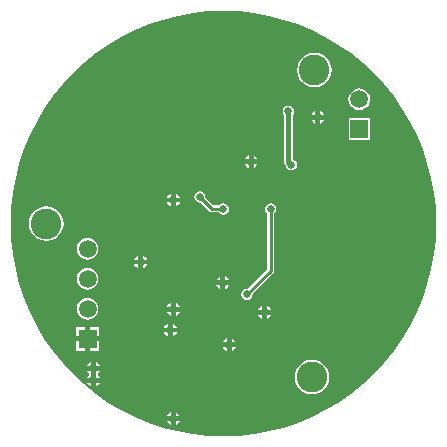
<source format=gbl>
%FSLAX25Y25*%
%MOIN*%
G70*
G01*
G75*
G04 Layer_Physical_Order=2*
G04 Layer_Color=16711680*
%ADD10R,0.05118X0.07874*%
%ADD11R,0.07874X0.07874*%
%ADD12R,0.07874X0.05118*%
%ADD13R,0.07874X0.07874*%
%ADD14R,0.02756X0.03543*%
%ADD15R,0.03583X0.04803*%
%ADD16R,0.03150X0.03543*%
%ADD17R,0.03543X0.02756*%
%ADD18O,0.05118X0.01772*%
%ADD19O,0.01772X0.05118*%
%ADD20R,0.05709X0.08071*%
%ADD21R,0.08071X0.05709*%
%ADD22R,0.03347X0.02756*%
%ADD23R,0.02756X0.05118*%
%ADD24R,0.03543X0.03150*%
%ADD25R,0.04331X0.10236*%
%ADD26R,0.10630X0.03937*%
%ADD27R,0.10630X0.12992*%
%ADD28C,0.01600*%
%ADD29C,0.01000*%
%ADD30R,0.05906X0.05906*%
%ADD31C,0.05906*%
%ADD32C,0.02500*%
%ADD33C,0.10236*%
G36*
X5059Y70731D02*
X10092Y70189D01*
X15073Y69291D01*
X19978Y68039D01*
X24781Y66440D01*
X29458Y64503D01*
X33984Y62237D01*
X38337Y59654D01*
X42496Y56767D01*
X46437Y53591D01*
X50142Y50142D01*
X53591Y46437D01*
X56767Y42496D01*
X59654Y38337D01*
X62237Y33984D01*
X64503Y29458D01*
X66440Y24781D01*
X68039Y19978D01*
X69291Y15073D01*
X70189Y10092D01*
X70731Y5059D01*
X70911Y0D01*
X70731Y-5059D01*
X70189Y-10092D01*
X69291Y-15073D01*
X68039Y-19978D01*
X66440Y-24781D01*
X64503Y-29458D01*
X62237Y-33984D01*
X59654Y-38337D01*
X56767Y-42496D01*
X53591Y-46437D01*
X50142Y-50142D01*
X46437Y-53591D01*
X42496Y-56767D01*
X38337Y-59654D01*
X33984Y-62237D01*
X29458Y-64503D01*
X24781Y-66440D01*
X19978Y-68039D01*
X15073Y-69291D01*
X10092Y-70189D01*
X5059Y-70731D01*
X0Y-70911D01*
X-5059Y-70731D01*
X-10092Y-70189D01*
X-15073Y-69291D01*
X-19978Y-68039D01*
X-24781Y-66440D01*
X-29458Y-64503D01*
X-33984Y-62237D01*
X-38337Y-59654D01*
X-42496Y-56767D01*
X-46437Y-53591D01*
X-50142Y-50142D01*
X-53591Y-46437D01*
X-56767Y-42496D01*
X-59654Y-38337D01*
X-62237Y-33984D01*
X-64503Y-29458D01*
X-66440Y-24781D01*
X-68039Y-19978D01*
X-69291Y-15073D01*
X-70189Y-10092D01*
X-70731Y-5059D01*
X-70911Y0D01*
X-70731Y5059D01*
X-70189Y10092D01*
X-69291Y15073D01*
X-68039Y19978D01*
X-66440Y24781D01*
X-64503Y29458D01*
X-62237Y33984D01*
X-59654Y38337D01*
X-56767Y42496D01*
X-53591Y46437D01*
X-50142Y50142D01*
X-46437Y53591D01*
X-42496Y56767D01*
X-38337Y59654D01*
X-33984Y62237D01*
X-29458Y64503D01*
X-24781Y66440D01*
X-19978Y68039D01*
X-15073Y69291D01*
X-10092Y70189D01*
X-5059Y70731D01*
X0Y70911D01*
X5059Y70731D01*
D02*
G37*
%LPC*%
G36*
X-15582Y-36233D02*
X-16917D01*
Y-37568D01*
X-16839Y-37552D01*
X-16094Y-37055D01*
X-15597Y-36311D01*
X-15582Y-36233D01*
D02*
G37*
G36*
X-18517Y-33298D02*
X-18595Y-33314D01*
X-19339Y-33811D01*
X-19836Y-34555D01*
X-19851Y-34633D01*
X-18517D01*
Y-33298D01*
D02*
G37*
G36*
X-16917D02*
Y-34633D01*
X-15582D01*
X-15597Y-34555D01*
X-16094Y-33811D01*
X-16839Y-33314D01*
X-16917Y-33298D01*
D02*
G37*
G36*
X-18517Y-36233D02*
X-19851D01*
X-19836Y-36311D01*
X-19339Y-37055D01*
X-18595Y-37552D01*
X-18517Y-37568D01*
Y-36233D01*
D02*
G37*
G36*
X2768Y-38219D02*
Y-39554D01*
X4104D01*
X4088Y-39476D01*
X3591Y-38732D01*
X2846Y-38235D01*
X2768Y-38219D01*
D02*
G37*
G36*
X-46076Y-34433D02*
X-49228D01*
Y-37586D01*
X-46076D01*
Y-34433D01*
D02*
G37*
G36*
X-41323D02*
X-44476D01*
Y-37586D01*
X-41323D01*
Y-34433D01*
D02*
G37*
G36*
X-14597Y-29343D02*
X-15932D01*
Y-30678D01*
X-15854Y-30663D01*
X-15110Y-30165D01*
X-14613Y-29421D01*
X-14597Y-29343D01*
D02*
G37*
G36*
X12979Y-27393D02*
X12902Y-27408D01*
X12157Y-27905D01*
X11660Y-28650D01*
X11645Y-28728D01*
X12979D01*
Y-27393D01*
D02*
G37*
G36*
X14580D02*
Y-28728D01*
X15914D01*
X15899Y-28650D01*
X15402Y-27905D01*
X14657Y-27408D01*
X14580Y-27393D01*
D02*
G37*
G36*
X-17532Y-29343D02*
X-18867D01*
X-18852Y-29421D01*
X-18354Y-30165D01*
X-17610Y-30663D01*
X-17532Y-30678D01*
Y-29343D01*
D02*
G37*
G36*
X-45276Y-24802D02*
X-46203Y-24925D01*
X-47067Y-25282D01*
X-47809Y-25852D01*
X-48379Y-26594D01*
X-48737Y-27458D01*
X-48859Y-28386D01*
X-48737Y-29313D01*
X-48379Y-30178D01*
X-47809Y-30920D01*
X-47067Y-31489D01*
X-46203Y-31847D01*
X-45276Y-31969D01*
X-44348Y-31847D01*
X-43484Y-31489D01*
X-42742Y-30920D01*
X-42172Y-30178D01*
X-41814Y-29313D01*
X-41692Y-28386D01*
X-41814Y-27458D01*
X-42172Y-26594D01*
X-42742Y-25852D01*
X-43484Y-25282D01*
X-44348Y-24925D01*
X-45276Y-24802D01*
D02*
G37*
G36*
X12979Y-30328D02*
X11645D01*
X11660Y-30406D01*
X12157Y-31150D01*
X12902Y-31647D01*
X12979Y-31662D01*
Y-30328D01*
D02*
G37*
G36*
X15914D02*
X14580D01*
Y-31662D01*
X14657Y-31647D01*
X15402Y-31150D01*
X15899Y-30406D01*
X15914Y-30328D01*
D02*
G37*
G36*
X1168Y-38219D02*
X1091Y-38235D01*
X346Y-38732D01*
X-151Y-39476D01*
X-166Y-39554D01*
X1168D01*
Y-38219D01*
D02*
G37*
G36*
X29528Y-45376D02*
X28035Y-45572D01*
X26644Y-46148D01*
X25449Y-47065D01*
X24533Y-48259D01*
X23957Y-49650D01*
X23760Y-51143D01*
X23957Y-52636D01*
X24533Y-54027D01*
X25449Y-55221D01*
X26644Y-56138D01*
X28035Y-56714D01*
X29528Y-56911D01*
X31020Y-56714D01*
X32411Y-56138D01*
X33606Y-55221D01*
X34522Y-54027D01*
X35098Y-52636D01*
X35295Y-51143D01*
X35098Y-49650D01*
X34522Y-48259D01*
X33606Y-47065D01*
X32411Y-46148D01*
X31020Y-45572D01*
X29528Y-45376D01*
D02*
G37*
G36*
X-44107Y-52965D02*
X-45442D01*
X-45426Y-53043D01*
X-44929Y-53787D01*
X-44185Y-54285D01*
X-44107Y-54300D01*
Y-52965D01*
D02*
G37*
G36*
X-41172D02*
X-42507D01*
Y-54300D01*
X-42429Y-54285D01*
X-41685Y-53787D01*
X-41188Y-53043D01*
X-41172Y-52965D01*
D02*
G37*
G36*
X-15932Y-62826D02*
Y-64161D01*
X-14597D01*
X-14613Y-64083D01*
X-15110Y-63339D01*
X-15854Y-62841D01*
X-15932Y-62826D01*
D02*
G37*
G36*
X-17532Y-65761D02*
X-18867D01*
X-18852Y-65838D01*
X-18354Y-66583D01*
X-17610Y-67080D01*
X-17532Y-67096D01*
Y-65761D01*
D02*
G37*
G36*
X-14597D02*
X-15932D01*
Y-67096D01*
X-15854Y-67080D01*
X-15110Y-66583D01*
X-14613Y-65838D01*
X-14597Y-65761D01*
D02*
G37*
G36*
X-17532Y-62826D02*
X-17610Y-62841D01*
X-18354Y-63339D01*
X-18852Y-64083D01*
X-18867Y-64161D01*
X-17532D01*
Y-62826D01*
D02*
G37*
G36*
X4104Y-41154D02*
X2768D01*
Y-42489D01*
X2846Y-42474D01*
X3591Y-41976D01*
X4088Y-41232D01*
X4104Y-41154D01*
D02*
G37*
G36*
X-46076Y-39186D02*
X-49228D01*
Y-42339D01*
X-46076D01*
Y-39186D01*
D02*
G37*
G36*
X-41323D02*
X-44476D01*
Y-42339D01*
X-41323D01*
Y-39186D01*
D02*
G37*
G36*
X1168Y-41154D02*
X-166D01*
X-151Y-41232D01*
X346Y-41976D01*
X1091Y-42474D01*
X1168Y-42489D01*
Y-41154D01*
D02*
G37*
G36*
X-41172Y-49028D02*
X-45442D01*
X-45426Y-49106D01*
X-44929Y-49850D01*
X-44785Y-49947D01*
Y-50447D01*
X-44929Y-50543D01*
X-45426Y-51287D01*
X-45442Y-51365D01*
X-41172D01*
X-41188Y-51287D01*
X-41685Y-50543D01*
X-41829Y-50447D01*
Y-49947D01*
X-41685Y-49850D01*
X-41188Y-49106D01*
X-41172Y-49028D01*
D02*
G37*
G36*
X-44107Y-46093D02*
X-44185Y-46109D01*
X-44929Y-46606D01*
X-45426Y-47350D01*
X-45442Y-47428D01*
X-44107D01*
Y-46093D01*
D02*
G37*
G36*
X-42507D02*
Y-47428D01*
X-41172D01*
X-41188Y-47350D01*
X-41685Y-46606D01*
X-42429Y-46109D01*
X-42507Y-46093D01*
D02*
G37*
G36*
X-17532Y-26408D02*
X-17610Y-26424D01*
X-18354Y-26921D01*
X-18852Y-27665D01*
X-18867Y-27743D01*
X-17532D01*
Y-26408D01*
D02*
G37*
G36*
X8452Y19869D02*
X7117D01*
X7132Y19791D01*
X7630Y19047D01*
X8374Y18550D01*
X8452Y18534D01*
Y19869D01*
D02*
G37*
G36*
X11387D02*
X10052D01*
Y18534D01*
X10130Y18550D01*
X10874Y19047D01*
X11371Y19791D01*
X11387Y19869D01*
D02*
G37*
G36*
X8452Y22804D02*
X8374Y22789D01*
X7630Y22291D01*
X7132Y21547D01*
X7117Y21469D01*
X8452D01*
Y22804D01*
D02*
G37*
G36*
X21654Y39288D02*
X20932Y39144D01*
X20320Y38735D01*
X19911Y38123D01*
X19767Y37402D01*
X19911Y36680D01*
X20226Y36208D01*
Y20669D01*
X20226Y20669D01*
X20335Y20123D01*
X20644Y19660D01*
X20785Y19520D01*
X20895Y18963D01*
X21304Y18351D01*
X21916Y17942D01*
X22638Y17799D01*
X23360Y17942D01*
X23972Y18351D01*
X24381Y18963D01*
X24524Y19685D01*
X24381Y20407D01*
X23972Y21019D01*
X23360Y21428D01*
X23081Y21483D01*
Y36208D01*
X23396Y36680D01*
X23540Y37402D01*
X23396Y38123D01*
X22987Y38735D01*
X22375Y39144D01*
X21654Y39288D01*
D02*
G37*
G36*
X-14597Y7074D02*
X-15932D01*
Y5739D01*
X-15854Y5755D01*
X-15110Y6252D01*
X-14613Y6996D01*
X-14597Y7074D01*
D02*
G37*
G36*
X-17532Y10009D02*
X-17610Y9994D01*
X-18354Y9496D01*
X-18852Y8752D01*
X-18867Y8674D01*
X-17532D01*
Y10009D01*
D02*
G37*
G36*
X-15932D02*
Y8674D01*
X-14597D01*
X-14613Y8752D01*
X-15110Y9496D01*
X-15854Y9994D01*
X-15932Y10009D01*
D02*
G37*
G36*
X10052Y22804D02*
Y21469D01*
X11387D01*
X11371Y21547D01*
X10874Y22291D01*
X10130Y22789D01*
X10052Y22804D01*
D02*
G37*
G36*
X32296Y37568D02*
Y36233D01*
X33631D01*
X33615Y36311D01*
X33118Y37055D01*
X32374Y37552D01*
X32296Y37568D01*
D02*
G37*
G36*
X45276Y45079D02*
X44348Y44957D01*
X43484Y44599D01*
X42742Y44030D01*
X42172Y43288D01*
X41814Y42423D01*
X41692Y41496D01*
X41814Y40569D01*
X42172Y39704D01*
X42742Y38962D01*
X43484Y38393D01*
X44348Y38035D01*
X45276Y37913D01*
X46203Y38035D01*
X47067Y38393D01*
X47809Y38962D01*
X48379Y39704D01*
X48737Y40569D01*
X48859Y41496D01*
X48737Y42423D01*
X48379Y43288D01*
X47809Y44030D01*
X47067Y44599D01*
X46203Y44957D01*
X45276Y45079D01*
D02*
G37*
G36*
X30315Y56949D02*
X28822Y56752D01*
X27431Y56176D01*
X26237Y55259D01*
X25320Y54065D01*
X24744Y52674D01*
X24547Y51181D01*
X24744Y49688D01*
X25320Y48297D01*
X26237Y47103D01*
X27431Y46186D01*
X28822Y45610D01*
X30315Y45414D01*
X31808Y45610D01*
X33199Y46186D01*
X34393Y47103D01*
X35310Y48297D01*
X35886Y49688D01*
X36082Y51181D01*
X35886Y52674D01*
X35310Y54065D01*
X34393Y55259D01*
X33199Y56176D01*
X31808Y56752D01*
X30315Y56949D01*
D02*
G37*
G36*
X30696Y37568D02*
X30618Y37552D01*
X29874Y37055D01*
X29377Y36311D01*
X29361Y36233D01*
X30696D01*
Y37568D01*
D02*
G37*
G36*
X48828Y35049D02*
X41723D01*
Y27943D01*
X48828D01*
Y35049D01*
D02*
G37*
G36*
X30696Y34633D02*
X29361D01*
X29377Y34555D01*
X29874Y33811D01*
X30618Y33314D01*
X30696Y33298D01*
Y34633D01*
D02*
G37*
G36*
X33631D02*
X32296D01*
Y33298D01*
X32374Y33314D01*
X33118Y33811D01*
X33615Y34555D01*
X33631Y34633D01*
D02*
G37*
G36*
X15748Y6808D02*
X15026Y6664D01*
X14414Y6255D01*
X14005Y5643D01*
X13862Y4921D01*
X14005Y4199D01*
X14414Y3588D01*
X14627Y3446D01*
Y-15283D01*
X8124Y-21786D01*
X7874Y-21736D01*
X7152Y-21879D01*
X6540Y-22288D01*
X6131Y-22900D01*
X5988Y-23622D01*
X6131Y-24344D01*
X6540Y-24956D01*
X7152Y-25365D01*
X7874Y-25508D01*
X8596Y-25365D01*
X9208Y-24956D01*
X9617Y-24344D01*
X9760Y-23622D01*
X9710Y-23372D01*
X16541Y-16541D01*
X16541Y-16541D01*
X16784Y-16177D01*
X16870Y-15748D01*
Y3446D01*
X17082Y3588D01*
X17491Y4199D01*
X17634Y4921D01*
X17491Y5643D01*
X17082Y6255D01*
X16470Y6664D01*
X15748Y6808D01*
D02*
G37*
G36*
X-997Y-17550D02*
X-1075Y-17566D01*
X-1819Y-18063D01*
X-2316Y-18807D01*
X-2332Y-18885D01*
X-997D01*
Y-17550D01*
D02*
G37*
G36*
X603D02*
Y-18885D01*
X1938D01*
X1923Y-18807D01*
X1425Y-18063D01*
X681Y-17566D01*
X603Y-17550D01*
D02*
G37*
G36*
X1938Y-20485D02*
X603D01*
Y-21820D01*
X681Y-21804D01*
X1425Y-21307D01*
X1923Y-20563D01*
X1938Y-20485D01*
D02*
G37*
G36*
X-15932Y-26408D02*
Y-27743D01*
X-14597D01*
X-14613Y-27665D01*
X-15110Y-26921D01*
X-15854Y-26424D01*
X-15932Y-26408D01*
D02*
G37*
G36*
X-45276Y-14802D02*
X-46203Y-14924D01*
X-47067Y-15282D01*
X-47809Y-15852D01*
X-48379Y-16594D01*
X-48737Y-17458D01*
X-48859Y-18386D01*
X-48737Y-19313D01*
X-48379Y-20177D01*
X-47809Y-20920D01*
X-47067Y-21489D01*
X-46203Y-21847D01*
X-45276Y-21969D01*
X-44348Y-21847D01*
X-43484Y-21489D01*
X-42742Y-20920D01*
X-42172Y-20177D01*
X-41814Y-19313D01*
X-41692Y-18386D01*
X-41814Y-17458D01*
X-42172Y-16594D01*
X-42742Y-15852D01*
X-43484Y-15282D01*
X-44348Y-14924D01*
X-45276Y-14802D01*
D02*
G37*
G36*
X-997Y-20485D02*
X-2332D01*
X-2316Y-20563D01*
X-1819Y-21307D01*
X-1075Y-21804D01*
X-997Y-21820D01*
Y-20485D01*
D02*
G37*
G36*
X-28359Y-13595D02*
X-29694D01*
X-29678Y-13673D01*
X-29181Y-14417D01*
X-28437Y-14915D01*
X-28359Y-14930D01*
Y-13595D01*
D02*
G37*
G36*
X-59055Y5768D02*
X-60548Y5571D01*
X-61939Y4995D01*
X-63133Y4078D01*
X-64050Y2884D01*
X-64626Y1493D01*
X-64823Y0D01*
X-64626Y-1493D01*
X-64050Y-2884D01*
X-63133Y-4078D01*
X-61939Y-4995D01*
X-60548Y-5571D01*
X-59055Y-5768D01*
X-57562Y-5571D01*
X-56171Y-4995D01*
X-54977Y-4078D01*
X-54060Y-2884D01*
X-53484Y-1493D01*
X-53288Y0D01*
X-53484Y1493D01*
X-54060Y2884D01*
X-54977Y4078D01*
X-56171Y4995D01*
X-57562Y5571D01*
X-59055Y5768D01*
D02*
G37*
G36*
X-7874Y10745D02*
X-8596Y10601D01*
X-9208Y10192D01*
X-9617Y9580D01*
X-9760Y8858D01*
X-9617Y8136D01*
X-9208Y7525D01*
X-8596Y7116D01*
X-7874Y6972D01*
X-7624Y7022D01*
X-4730Y4128D01*
X-4730Y4128D01*
X-4366Y3885D01*
X-3937Y3800D01*
X-1476D01*
X-1334Y3588D01*
X-722Y3179D01*
X0Y3035D01*
X722Y3179D01*
X1334Y3588D01*
X1743Y4199D01*
X1886Y4921D01*
X1743Y5643D01*
X1334Y6255D01*
X722Y6664D01*
X0Y6808D01*
X-722Y6664D01*
X-1334Y6255D01*
X-1476Y6043D01*
X-3472D01*
X-6038Y8608D01*
X-5988Y8858D01*
X-6131Y9580D01*
X-6540Y10192D01*
X-7152Y10601D01*
X-7874Y10745D01*
D02*
G37*
G36*
X-17532Y7074D02*
X-18867D01*
X-18852Y6996D01*
X-18354Y6252D01*
X-17610Y5755D01*
X-17532Y5739D01*
Y7074D01*
D02*
G37*
G36*
X-45276Y-4802D02*
X-46203Y-4924D01*
X-47067Y-5283D01*
X-47809Y-5852D01*
X-48379Y-6594D01*
X-48737Y-7458D01*
X-48859Y-8386D01*
X-48737Y-9313D01*
X-48379Y-10177D01*
X-47809Y-10920D01*
X-47067Y-11489D01*
X-46203Y-11847D01*
X-45276Y-11969D01*
X-44348Y-11847D01*
X-43484Y-11489D01*
X-42742Y-10920D01*
X-42172Y-10177D01*
X-41814Y-9313D01*
X-41692Y-8386D01*
X-41814Y-7458D01*
X-42172Y-6594D01*
X-42742Y-5852D01*
X-43484Y-5283D01*
X-44348Y-4924D01*
X-45276Y-4802D01*
D02*
G37*
G36*
X-25424Y-13595D02*
X-26759D01*
Y-14930D01*
X-26681Y-14915D01*
X-25937Y-14417D01*
X-25440Y-13673D01*
X-25424Y-13595D01*
D02*
G37*
G36*
X-28359Y-10660D02*
X-28437Y-10676D01*
X-29181Y-11173D01*
X-29678Y-11917D01*
X-29694Y-11995D01*
X-28359D01*
Y-10660D01*
D02*
G37*
G36*
X-26759D02*
Y-11995D01*
X-25424D01*
X-25440Y-11917D01*
X-25937Y-11173D01*
X-26681Y-10676D01*
X-26759Y-10660D01*
D02*
G37*
%LPD*%
D28*
X-43307Y-52165D02*
Y-48228D01*
X21654Y20669D02*
X22638Y19685D01*
X21654Y20669D02*
Y37402D01*
D29*
X-7874Y8858D02*
X-3937Y4921D01*
X0D01*
X15748Y-15748D02*
Y4921D01*
X7874Y-23622D02*
X15748Y-15748D01*
D30*
X-45276Y-38386D02*
D03*
X45276Y31496D02*
D03*
D31*
X-45276Y-28386D02*
D03*
Y-18386D02*
D03*
Y-8386D02*
D03*
X45276Y41496D02*
D03*
D32*
X9252Y20669D02*
D03*
X31496Y35433D02*
D03*
X-43307Y-52165D02*
D03*
Y-48228D02*
D03*
X13780Y-29528D02*
D03*
X-27559Y-12795D02*
D03*
X-197Y-19685D02*
D03*
X-16732Y-28543D02*
D03*
X-16732Y-64961D02*
D03*
X1969Y-40354D02*
D03*
X-17717Y-35433D02*
D03*
X-16732Y7874D02*
D03*
X22638Y19685D02*
D03*
X21654Y37402D02*
D03*
X-7874Y8858D02*
D03*
X0Y4921D02*
D03*
X15748D02*
D03*
X7874Y-23622D02*
D03*
D33*
X30315Y51181D02*
D03*
X29528Y-51143D02*
D03*
X-59055Y0D02*
D03*
M02*

</source>
